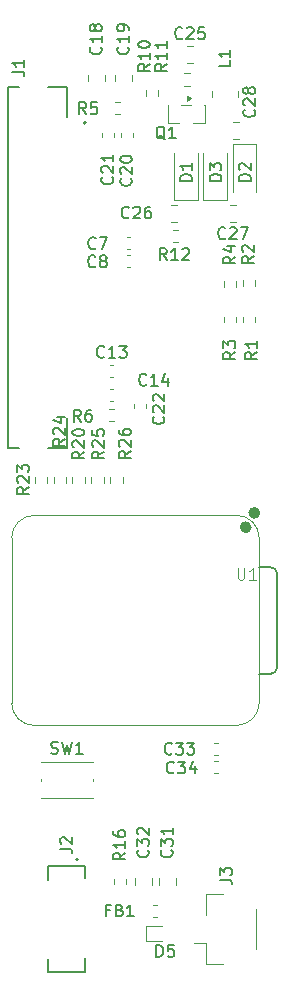
<source format=gbr>
%TF.GenerationSoftware,KiCad,Pcbnew,9.0.5*%
%TF.CreationDate,2025-11-24T11:18:26-05:00*%
%TF.ProjectId,everframe_board,65766572-6672-4616-9d65-5f626f617264,rev?*%
%TF.SameCoordinates,Original*%
%TF.FileFunction,Legend,Top*%
%TF.FilePolarity,Positive*%
%FSLAX46Y46*%
G04 Gerber Fmt 4.6, Leading zero omitted, Abs format (unit mm)*
G04 Created by KiCad (PCBNEW 9.0.5) date 2025-11-24 11:18:26*
%MOMM*%
%LPD*%
G01*
G04 APERTURE LIST*
%ADD10C,0.150000*%
%ADD11C,0.106680*%
%ADD12C,0.120000*%
%ADD13C,0.127000*%
%ADD14C,0.200000*%
%ADD15C,0.100000*%
%ADD16C,0.504000*%
G04 APERTURE END LIST*
D10*
X89954819Y-124846190D02*
X90669104Y-124846190D01*
X90669104Y-124846190D02*
X90811961Y-124893809D01*
X90811961Y-124893809D02*
X90907200Y-124989047D01*
X90907200Y-124989047D02*
X90954819Y-125131904D01*
X90954819Y-125131904D02*
X90954819Y-125227142D01*
X89954819Y-124465237D02*
X89954819Y-123846190D01*
X89954819Y-123846190D02*
X90335771Y-124179523D01*
X90335771Y-124179523D02*
X90335771Y-124036666D01*
X90335771Y-124036666D02*
X90383390Y-123941428D01*
X90383390Y-123941428D02*
X90431009Y-123893809D01*
X90431009Y-123893809D02*
X90526247Y-123846190D01*
X90526247Y-123846190D02*
X90764342Y-123846190D01*
X90764342Y-123846190D02*
X90859580Y-123893809D01*
X90859580Y-123893809D02*
X90907200Y-123941428D01*
X90907200Y-123941428D02*
X90954819Y-124036666D01*
X90954819Y-124036666D02*
X90954819Y-124322380D01*
X90954819Y-124322380D02*
X90907200Y-124417618D01*
X90907200Y-124417618D02*
X90859580Y-124465237D01*
X84034819Y-55762857D02*
X83558628Y-56096190D01*
X84034819Y-56334285D02*
X83034819Y-56334285D01*
X83034819Y-56334285D02*
X83034819Y-55953333D01*
X83034819Y-55953333D02*
X83082438Y-55858095D01*
X83082438Y-55858095D02*
X83130057Y-55810476D01*
X83130057Y-55810476D02*
X83225295Y-55762857D01*
X83225295Y-55762857D02*
X83368152Y-55762857D01*
X83368152Y-55762857D02*
X83463390Y-55810476D01*
X83463390Y-55810476D02*
X83511009Y-55858095D01*
X83511009Y-55858095D02*
X83558628Y-55953333D01*
X83558628Y-55953333D02*
X83558628Y-56334285D01*
X84034819Y-54810476D02*
X84034819Y-55381904D01*
X84034819Y-55096190D02*
X83034819Y-55096190D01*
X83034819Y-55096190D02*
X83177676Y-55191428D01*
X83177676Y-55191428D02*
X83272914Y-55286666D01*
X83272914Y-55286666D02*
X83320533Y-55381904D01*
X83034819Y-54191428D02*
X83034819Y-54096190D01*
X83034819Y-54096190D02*
X83082438Y-54000952D01*
X83082438Y-54000952D02*
X83130057Y-53953333D01*
X83130057Y-53953333D02*
X83225295Y-53905714D01*
X83225295Y-53905714D02*
X83415771Y-53858095D01*
X83415771Y-53858095D02*
X83653866Y-53858095D01*
X83653866Y-53858095D02*
X83844342Y-53905714D01*
X83844342Y-53905714D02*
X83939580Y-53953333D01*
X83939580Y-53953333D02*
X83987200Y-54000952D01*
X83987200Y-54000952D02*
X84034819Y-54096190D01*
X84034819Y-54096190D02*
X84034819Y-54191428D01*
X84034819Y-54191428D02*
X83987200Y-54286666D01*
X83987200Y-54286666D02*
X83939580Y-54334285D01*
X83939580Y-54334285D02*
X83844342Y-54381904D01*
X83844342Y-54381904D02*
X83653866Y-54429523D01*
X83653866Y-54429523D02*
X83415771Y-54429523D01*
X83415771Y-54429523D02*
X83225295Y-54381904D01*
X83225295Y-54381904D02*
X83130057Y-54334285D01*
X83130057Y-54334285D02*
X83082438Y-54286666D01*
X83082438Y-54286666D02*
X83034819Y-54191428D01*
X75666667Y-114133950D02*
X75809524Y-114181569D01*
X75809524Y-114181569D02*
X76047619Y-114181569D01*
X76047619Y-114181569D02*
X76142857Y-114133950D01*
X76142857Y-114133950D02*
X76190476Y-114086330D01*
X76190476Y-114086330D02*
X76238095Y-113991092D01*
X76238095Y-113991092D02*
X76238095Y-113895854D01*
X76238095Y-113895854D02*
X76190476Y-113800616D01*
X76190476Y-113800616D02*
X76142857Y-113752997D01*
X76142857Y-113752997D02*
X76047619Y-113705378D01*
X76047619Y-113705378D02*
X75857143Y-113657759D01*
X75857143Y-113657759D02*
X75761905Y-113610140D01*
X75761905Y-113610140D02*
X75714286Y-113562521D01*
X75714286Y-113562521D02*
X75666667Y-113467283D01*
X75666667Y-113467283D02*
X75666667Y-113372045D01*
X75666667Y-113372045D02*
X75714286Y-113276807D01*
X75714286Y-113276807D02*
X75761905Y-113229188D01*
X75761905Y-113229188D02*
X75857143Y-113181569D01*
X75857143Y-113181569D02*
X76095238Y-113181569D01*
X76095238Y-113181569D02*
X76238095Y-113229188D01*
X76571429Y-113181569D02*
X76809524Y-114181569D01*
X76809524Y-114181569D02*
X77000000Y-113467283D01*
X77000000Y-113467283D02*
X77190476Y-114181569D01*
X77190476Y-114181569D02*
X77428572Y-113181569D01*
X78333333Y-114181569D02*
X77761905Y-114181569D01*
X78047619Y-114181569D02*
X78047619Y-113181569D01*
X78047619Y-113181569D02*
X77952381Y-113324426D01*
X77952381Y-113324426D02*
X77857143Y-113419664D01*
X77857143Y-113419664D02*
X77761905Y-113467283D01*
X80631904Y-127431009D02*
X80298571Y-127431009D01*
X80298571Y-127954819D02*
X80298571Y-126954819D01*
X80298571Y-126954819D02*
X80774761Y-126954819D01*
X81489047Y-127431009D02*
X81631904Y-127478628D01*
X81631904Y-127478628D02*
X81679523Y-127526247D01*
X81679523Y-127526247D02*
X81727142Y-127621485D01*
X81727142Y-127621485D02*
X81727142Y-127764342D01*
X81727142Y-127764342D02*
X81679523Y-127859580D01*
X81679523Y-127859580D02*
X81631904Y-127907200D01*
X81631904Y-127907200D02*
X81536666Y-127954819D01*
X81536666Y-127954819D02*
X81155714Y-127954819D01*
X81155714Y-127954819D02*
X81155714Y-126954819D01*
X81155714Y-126954819D02*
X81489047Y-126954819D01*
X81489047Y-126954819D02*
X81584285Y-127002438D01*
X81584285Y-127002438D02*
X81631904Y-127050057D01*
X81631904Y-127050057D02*
X81679523Y-127145295D01*
X81679523Y-127145295D02*
X81679523Y-127240533D01*
X81679523Y-127240533D02*
X81631904Y-127335771D01*
X81631904Y-127335771D02*
X81584285Y-127383390D01*
X81584285Y-127383390D02*
X81489047Y-127431009D01*
X81489047Y-127431009D02*
X81155714Y-127431009D01*
X82679523Y-127954819D02*
X82108095Y-127954819D01*
X82393809Y-127954819D02*
X82393809Y-126954819D01*
X82393809Y-126954819D02*
X82298571Y-127097676D01*
X82298571Y-127097676D02*
X82203333Y-127192914D01*
X82203333Y-127192914D02*
X82108095Y-127240533D01*
X82159580Y-54340476D02*
X82207200Y-54388095D01*
X82207200Y-54388095D02*
X82254819Y-54530952D01*
X82254819Y-54530952D02*
X82254819Y-54626190D01*
X82254819Y-54626190D02*
X82207200Y-54769047D01*
X82207200Y-54769047D02*
X82111961Y-54864285D01*
X82111961Y-54864285D02*
X82016723Y-54911904D01*
X82016723Y-54911904D02*
X81826247Y-54959523D01*
X81826247Y-54959523D02*
X81683390Y-54959523D01*
X81683390Y-54959523D02*
X81492914Y-54911904D01*
X81492914Y-54911904D02*
X81397676Y-54864285D01*
X81397676Y-54864285D02*
X81302438Y-54769047D01*
X81302438Y-54769047D02*
X81254819Y-54626190D01*
X81254819Y-54626190D02*
X81254819Y-54530952D01*
X81254819Y-54530952D02*
X81302438Y-54388095D01*
X81302438Y-54388095D02*
X81350057Y-54340476D01*
X82254819Y-53388095D02*
X82254819Y-53959523D01*
X82254819Y-53673809D02*
X81254819Y-53673809D01*
X81254819Y-53673809D02*
X81397676Y-53769047D01*
X81397676Y-53769047D02*
X81492914Y-53864285D01*
X81492914Y-53864285D02*
X81540533Y-53959523D01*
X82254819Y-52911904D02*
X82254819Y-52721428D01*
X82254819Y-52721428D02*
X82207200Y-52626190D01*
X82207200Y-52626190D02*
X82159580Y-52578571D01*
X82159580Y-52578571D02*
X82016723Y-52483333D01*
X82016723Y-52483333D02*
X81826247Y-52435714D01*
X81826247Y-52435714D02*
X81445295Y-52435714D01*
X81445295Y-52435714D02*
X81350057Y-52483333D01*
X81350057Y-52483333D02*
X81302438Y-52530952D01*
X81302438Y-52530952D02*
X81254819Y-52626190D01*
X81254819Y-52626190D02*
X81254819Y-52816666D01*
X81254819Y-52816666D02*
X81302438Y-52911904D01*
X81302438Y-52911904D02*
X81350057Y-52959523D01*
X81350057Y-52959523D02*
X81445295Y-53007142D01*
X81445295Y-53007142D02*
X81683390Y-53007142D01*
X81683390Y-53007142D02*
X81778628Y-52959523D01*
X81778628Y-52959523D02*
X81826247Y-52911904D01*
X81826247Y-52911904D02*
X81873866Y-52816666D01*
X81873866Y-52816666D02*
X81873866Y-52626190D01*
X81873866Y-52626190D02*
X81826247Y-52530952D01*
X81826247Y-52530952D02*
X81778628Y-52483333D01*
X81778628Y-52483333D02*
X81683390Y-52435714D01*
X91254819Y-80172856D02*
X90778628Y-80506189D01*
X91254819Y-80744284D02*
X90254819Y-80744284D01*
X90254819Y-80744284D02*
X90254819Y-80363332D01*
X90254819Y-80363332D02*
X90302438Y-80268094D01*
X90302438Y-80268094D02*
X90350057Y-80220475D01*
X90350057Y-80220475D02*
X90445295Y-80172856D01*
X90445295Y-80172856D02*
X90588152Y-80172856D01*
X90588152Y-80172856D02*
X90683390Y-80220475D01*
X90683390Y-80220475D02*
X90731009Y-80268094D01*
X90731009Y-80268094D02*
X90778628Y-80363332D01*
X90778628Y-80363332D02*
X90778628Y-80744284D01*
X90254819Y-79839522D02*
X90254819Y-79220475D01*
X90254819Y-79220475D02*
X90635771Y-79553808D01*
X90635771Y-79553808D02*
X90635771Y-79410951D01*
X90635771Y-79410951D02*
X90683390Y-79315713D01*
X90683390Y-79315713D02*
X90731009Y-79268094D01*
X90731009Y-79268094D02*
X90826247Y-79220475D01*
X90826247Y-79220475D02*
X91064342Y-79220475D01*
X91064342Y-79220475D02*
X91159580Y-79268094D01*
X91159580Y-79268094D02*
X91207200Y-79315713D01*
X91207200Y-79315713D02*
X91254819Y-79410951D01*
X91254819Y-79410951D02*
X91254819Y-79696665D01*
X91254819Y-79696665D02*
X91207200Y-79791903D01*
X91207200Y-79791903D02*
X91159580Y-79839522D01*
X90854819Y-55485713D02*
X90854819Y-55961903D01*
X90854819Y-55961903D02*
X89854819Y-55961903D01*
X90854819Y-54628570D02*
X90854819Y-55199998D01*
X90854819Y-54914284D02*
X89854819Y-54914284D01*
X89854819Y-54914284D02*
X89997676Y-55009522D01*
X89997676Y-55009522D02*
X90092914Y-55104760D01*
X90092914Y-55104760D02*
X90140533Y-55199998D01*
X90084819Y-65688094D02*
X89084819Y-65688094D01*
X89084819Y-65688094D02*
X89084819Y-65449999D01*
X89084819Y-65449999D02*
X89132438Y-65307142D01*
X89132438Y-65307142D02*
X89227676Y-65211904D01*
X89227676Y-65211904D02*
X89322914Y-65164285D01*
X89322914Y-65164285D02*
X89513390Y-65116666D01*
X89513390Y-65116666D02*
X89656247Y-65116666D01*
X89656247Y-65116666D02*
X89846723Y-65164285D01*
X89846723Y-65164285D02*
X89941961Y-65211904D01*
X89941961Y-65211904D02*
X90037200Y-65307142D01*
X90037200Y-65307142D02*
X90084819Y-65449999D01*
X90084819Y-65449999D02*
X90084819Y-65688094D01*
X89084819Y-64783332D02*
X89084819Y-64164285D01*
X89084819Y-64164285D02*
X89465771Y-64497618D01*
X89465771Y-64497618D02*
X89465771Y-64354761D01*
X89465771Y-64354761D02*
X89513390Y-64259523D01*
X89513390Y-64259523D02*
X89561009Y-64211904D01*
X89561009Y-64211904D02*
X89656247Y-64164285D01*
X89656247Y-64164285D02*
X89894342Y-64164285D01*
X89894342Y-64164285D02*
X89989580Y-64211904D01*
X89989580Y-64211904D02*
X90037200Y-64259523D01*
X90037200Y-64259523D02*
X90084819Y-64354761D01*
X90084819Y-64354761D02*
X90084819Y-64640475D01*
X90084819Y-64640475D02*
X90037200Y-64735713D01*
X90037200Y-64735713D02*
X89989580Y-64783332D01*
X85314761Y-62170057D02*
X85219523Y-62122438D01*
X85219523Y-62122438D02*
X85124285Y-62027200D01*
X85124285Y-62027200D02*
X84981428Y-61884342D01*
X84981428Y-61884342D02*
X84886190Y-61836723D01*
X84886190Y-61836723D02*
X84790952Y-61836723D01*
X84838571Y-62074819D02*
X84743333Y-62027200D01*
X84743333Y-62027200D02*
X84648095Y-61931961D01*
X84648095Y-61931961D02*
X84600476Y-61741485D01*
X84600476Y-61741485D02*
X84600476Y-61408152D01*
X84600476Y-61408152D02*
X84648095Y-61217676D01*
X84648095Y-61217676D02*
X84743333Y-61122438D01*
X84743333Y-61122438D02*
X84838571Y-61074819D01*
X84838571Y-61074819D02*
X85029047Y-61074819D01*
X85029047Y-61074819D02*
X85124285Y-61122438D01*
X85124285Y-61122438D02*
X85219523Y-61217676D01*
X85219523Y-61217676D02*
X85267142Y-61408152D01*
X85267142Y-61408152D02*
X85267142Y-61741485D01*
X85267142Y-61741485D02*
X85219523Y-61931961D01*
X85219523Y-61931961D02*
X85124285Y-62027200D01*
X85124285Y-62027200D02*
X85029047Y-62074819D01*
X85029047Y-62074819D02*
X84838571Y-62074819D01*
X86219523Y-62074819D02*
X85648095Y-62074819D01*
X85933809Y-62074819D02*
X85933809Y-61074819D01*
X85933809Y-61074819D02*
X85838571Y-61217676D01*
X85838571Y-61217676D02*
X85743333Y-61312914D01*
X85743333Y-61312914D02*
X85648095Y-61360533D01*
X92574819Y-65688094D02*
X91574819Y-65688094D01*
X91574819Y-65688094D02*
X91574819Y-65449999D01*
X91574819Y-65449999D02*
X91622438Y-65307142D01*
X91622438Y-65307142D02*
X91717676Y-65211904D01*
X91717676Y-65211904D02*
X91812914Y-65164285D01*
X91812914Y-65164285D02*
X92003390Y-65116666D01*
X92003390Y-65116666D02*
X92146247Y-65116666D01*
X92146247Y-65116666D02*
X92336723Y-65164285D01*
X92336723Y-65164285D02*
X92431961Y-65211904D01*
X92431961Y-65211904D02*
X92527200Y-65307142D01*
X92527200Y-65307142D02*
X92574819Y-65449999D01*
X92574819Y-65449999D02*
X92574819Y-65688094D01*
X91670057Y-64735713D02*
X91622438Y-64688094D01*
X91622438Y-64688094D02*
X91574819Y-64592856D01*
X91574819Y-64592856D02*
X91574819Y-64354761D01*
X91574819Y-64354761D02*
X91622438Y-64259523D01*
X91622438Y-64259523D02*
X91670057Y-64211904D01*
X91670057Y-64211904D02*
X91765295Y-64164285D01*
X91765295Y-64164285D02*
X91860533Y-64164285D01*
X91860533Y-64164285D02*
X92003390Y-64211904D01*
X92003390Y-64211904D02*
X92574819Y-64783332D01*
X92574819Y-64783332D02*
X92574819Y-64164285D01*
X76454819Y-122226190D02*
X77169104Y-122226190D01*
X77169104Y-122226190D02*
X77311961Y-122273809D01*
X77311961Y-122273809D02*
X77407200Y-122369047D01*
X77407200Y-122369047D02*
X77454819Y-122511904D01*
X77454819Y-122511904D02*
X77454819Y-122607142D01*
X76550057Y-121797618D02*
X76502438Y-121749999D01*
X76502438Y-121749999D02*
X76454819Y-121654761D01*
X76454819Y-121654761D02*
X76454819Y-121416666D01*
X76454819Y-121416666D02*
X76502438Y-121321428D01*
X76502438Y-121321428D02*
X76550057Y-121273809D01*
X76550057Y-121273809D02*
X76645295Y-121226190D01*
X76645295Y-121226190D02*
X76740533Y-121226190D01*
X76740533Y-121226190D02*
X76883390Y-121273809D01*
X76883390Y-121273809D02*
X77454819Y-121845237D01*
X77454819Y-121845237D02*
X77454819Y-121226190D01*
X78643333Y-60024819D02*
X78310000Y-59548628D01*
X78071905Y-60024819D02*
X78071905Y-59024819D01*
X78071905Y-59024819D02*
X78452857Y-59024819D01*
X78452857Y-59024819D02*
X78548095Y-59072438D01*
X78548095Y-59072438D02*
X78595714Y-59120057D01*
X78595714Y-59120057D02*
X78643333Y-59215295D01*
X78643333Y-59215295D02*
X78643333Y-59358152D01*
X78643333Y-59358152D02*
X78595714Y-59453390D01*
X78595714Y-59453390D02*
X78548095Y-59501009D01*
X78548095Y-59501009D02*
X78452857Y-59548628D01*
X78452857Y-59548628D02*
X78071905Y-59548628D01*
X79548095Y-59024819D02*
X79071905Y-59024819D01*
X79071905Y-59024819D02*
X79024286Y-59501009D01*
X79024286Y-59501009D02*
X79071905Y-59453390D01*
X79071905Y-59453390D02*
X79167143Y-59405771D01*
X79167143Y-59405771D02*
X79405238Y-59405771D01*
X79405238Y-59405771D02*
X79500476Y-59453390D01*
X79500476Y-59453390D02*
X79548095Y-59501009D01*
X79548095Y-59501009D02*
X79595714Y-59596247D01*
X79595714Y-59596247D02*
X79595714Y-59834342D01*
X79595714Y-59834342D02*
X79548095Y-59929580D01*
X79548095Y-59929580D02*
X79500476Y-59977200D01*
X79500476Y-59977200D02*
X79405238Y-60024819D01*
X79405238Y-60024819D02*
X79167143Y-60024819D01*
X79167143Y-60024819D02*
X79071905Y-59977200D01*
X79071905Y-59977200D02*
X79024286Y-59929580D01*
X79443333Y-71359580D02*
X79395714Y-71407200D01*
X79395714Y-71407200D02*
X79252857Y-71454819D01*
X79252857Y-71454819D02*
X79157619Y-71454819D01*
X79157619Y-71454819D02*
X79014762Y-71407200D01*
X79014762Y-71407200D02*
X78919524Y-71311961D01*
X78919524Y-71311961D02*
X78871905Y-71216723D01*
X78871905Y-71216723D02*
X78824286Y-71026247D01*
X78824286Y-71026247D02*
X78824286Y-70883390D01*
X78824286Y-70883390D02*
X78871905Y-70692914D01*
X78871905Y-70692914D02*
X78919524Y-70597676D01*
X78919524Y-70597676D02*
X79014762Y-70502438D01*
X79014762Y-70502438D02*
X79157619Y-70454819D01*
X79157619Y-70454819D02*
X79252857Y-70454819D01*
X79252857Y-70454819D02*
X79395714Y-70502438D01*
X79395714Y-70502438D02*
X79443333Y-70550057D01*
X79776667Y-70454819D02*
X80443333Y-70454819D01*
X80443333Y-70454819D02*
X80014762Y-71454819D01*
X73784819Y-91602857D02*
X73308628Y-91936190D01*
X73784819Y-92174285D02*
X72784819Y-92174285D01*
X72784819Y-92174285D02*
X72784819Y-91793333D01*
X72784819Y-91793333D02*
X72832438Y-91698095D01*
X72832438Y-91698095D02*
X72880057Y-91650476D01*
X72880057Y-91650476D02*
X72975295Y-91602857D01*
X72975295Y-91602857D02*
X73118152Y-91602857D01*
X73118152Y-91602857D02*
X73213390Y-91650476D01*
X73213390Y-91650476D02*
X73261009Y-91698095D01*
X73261009Y-91698095D02*
X73308628Y-91793333D01*
X73308628Y-91793333D02*
X73308628Y-92174285D01*
X72880057Y-91221904D02*
X72832438Y-91174285D01*
X72832438Y-91174285D02*
X72784819Y-91079047D01*
X72784819Y-91079047D02*
X72784819Y-90840952D01*
X72784819Y-90840952D02*
X72832438Y-90745714D01*
X72832438Y-90745714D02*
X72880057Y-90698095D01*
X72880057Y-90698095D02*
X72975295Y-90650476D01*
X72975295Y-90650476D02*
X73070533Y-90650476D01*
X73070533Y-90650476D02*
X73213390Y-90698095D01*
X73213390Y-90698095D02*
X73784819Y-91269523D01*
X73784819Y-91269523D02*
X73784819Y-90650476D01*
X72784819Y-90317142D02*
X72784819Y-89698095D01*
X72784819Y-89698095D02*
X73165771Y-90031428D01*
X73165771Y-90031428D02*
X73165771Y-89888571D01*
X73165771Y-89888571D02*
X73213390Y-89793333D01*
X73213390Y-89793333D02*
X73261009Y-89745714D01*
X73261009Y-89745714D02*
X73356247Y-89698095D01*
X73356247Y-89698095D02*
X73594342Y-89698095D01*
X73594342Y-89698095D02*
X73689580Y-89745714D01*
X73689580Y-89745714D02*
X73737200Y-89793333D01*
X73737200Y-89793333D02*
X73784819Y-89888571D01*
X73784819Y-89888571D02*
X73784819Y-90174285D01*
X73784819Y-90174285D02*
X73737200Y-90269523D01*
X73737200Y-90269523D02*
X73689580Y-90317142D01*
X85457142Y-72384819D02*
X85123809Y-71908628D01*
X84885714Y-72384819D02*
X84885714Y-71384819D01*
X84885714Y-71384819D02*
X85266666Y-71384819D01*
X85266666Y-71384819D02*
X85361904Y-71432438D01*
X85361904Y-71432438D02*
X85409523Y-71480057D01*
X85409523Y-71480057D02*
X85457142Y-71575295D01*
X85457142Y-71575295D02*
X85457142Y-71718152D01*
X85457142Y-71718152D02*
X85409523Y-71813390D01*
X85409523Y-71813390D02*
X85361904Y-71861009D01*
X85361904Y-71861009D02*
X85266666Y-71908628D01*
X85266666Y-71908628D02*
X84885714Y-71908628D01*
X86409523Y-72384819D02*
X85838095Y-72384819D01*
X86123809Y-72384819D02*
X86123809Y-71384819D01*
X86123809Y-71384819D02*
X86028571Y-71527676D01*
X86028571Y-71527676D02*
X85933333Y-71622914D01*
X85933333Y-71622914D02*
X85838095Y-71670533D01*
X86790476Y-71480057D02*
X86838095Y-71432438D01*
X86838095Y-71432438D02*
X86933333Y-71384819D01*
X86933333Y-71384819D02*
X87171428Y-71384819D01*
X87171428Y-71384819D02*
X87266666Y-71432438D01*
X87266666Y-71432438D02*
X87314285Y-71480057D01*
X87314285Y-71480057D02*
X87361904Y-71575295D01*
X87361904Y-71575295D02*
X87361904Y-71670533D01*
X87361904Y-71670533D02*
X87314285Y-71813390D01*
X87314285Y-71813390D02*
X86742857Y-72384819D01*
X86742857Y-72384819D02*
X87361904Y-72384819D01*
X78183333Y-86054819D02*
X77850000Y-85578628D01*
X77611905Y-86054819D02*
X77611905Y-85054819D01*
X77611905Y-85054819D02*
X77992857Y-85054819D01*
X77992857Y-85054819D02*
X78088095Y-85102438D01*
X78088095Y-85102438D02*
X78135714Y-85150057D01*
X78135714Y-85150057D02*
X78183333Y-85245295D01*
X78183333Y-85245295D02*
X78183333Y-85388152D01*
X78183333Y-85388152D02*
X78135714Y-85483390D01*
X78135714Y-85483390D02*
X78088095Y-85531009D01*
X78088095Y-85531009D02*
X77992857Y-85578628D01*
X77992857Y-85578628D02*
X77611905Y-85578628D01*
X79040476Y-85054819D02*
X78850000Y-85054819D01*
X78850000Y-85054819D02*
X78754762Y-85102438D01*
X78754762Y-85102438D02*
X78707143Y-85150057D01*
X78707143Y-85150057D02*
X78611905Y-85292914D01*
X78611905Y-85292914D02*
X78564286Y-85483390D01*
X78564286Y-85483390D02*
X78564286Y-85864342D01*
X78564286Y-85864342D02*
X78611905Y-85959580D01*
X78611905Y-85959580D02*
X78659524Y-86007200D01*
X78659524Y-86007200D02*
X78754762Y-86054819D01*
X78754762Y-86054819D02*
X78945238Y-86054819D01*
X78945238Y-86054819D02*
X79040476Y-86007200D01*
X79040476Y-86007200D02*
X79088095Y-85959580D01*
X79088095Y-85959580D02*
X79135714Y-85864342D01*
X79135714Y-85864342D02*
X79135714Y-85626247D01*
X79135714Y-85626247D02*
X79088095Y-85531009D01*
X79088095Y-85531009D02*
X79040476Y-85483390D01*
X79040476Y-85483390D02*
X78945238Y-85435771D01*
X78945238Y-85435771D02*
X78754762Y-85435771D01*
X78754762Y-85435771D02*
X78659524Y-85483390D01*
X78659524Y-85483390D02*
X78611905Y-85531009D01*
X78611905Y-85531009D02*
X78564286Y-85626247D01*
X84589405Y-131373069D02*
X84589405Y-130373069D01*
X84589405Y-130373069D02*
X84827500Y-130373069D01*
X84827500Y-130373069D02*
X84970357Y-130420688D01*
X84970357Y-130420688D02*
X85065595Y-130515926D01*
X85065595Y-130515926D02*
X85113214Y-130611164D01*
X85113214Y-130611164D02*
X85160833Y-130801640D01*
X85160833Y-130801640D02*
X85160833Y-130944497D01*
X85160833Y-130944497D02*
X85113214Y-131134973D01*
X85113214Y-131134973D02*
X85065595Y-131230211D01*
X85065595Y-131230211D02*
X84970357Y-131325450D01*
X84970357Y-131325450D02*
X84827500Y-131373069D01*
X84827500Y-131373069D02*
X84589405Y-131373069D01*
X86065595Y-130373069D02*
X85589405Y-130373069D01*
X85589405Y-130373069D02*
X85541786Y-130849259D01*
X85541786Y-130849259D02*
X85589405Y-130801640D01*
X85589405Y-130801640D02*
X85684643Y-130754021D01*
X85684643Y-130754021D02*
X85922738Y-130754021D01*
X85922738Y-130754021D02*
X86017976Y-130801640D01*
X86017976Y-130801640D02*
X86065595Y-130849259D01*
X86065595Y-130849259D02*
X86113214Y-130944497D01*
X86113214Y-130944497D02*
X86113214Y-131182592D01*
X86113214Y-131182592D02*
X86065595Y-131277830D01*
X86065595Y-131277830D02*
X86017976Y-131325450D01*
X86017976Y-131325450D02*
X85922738Y-131373069D01*
X85922738Y-131373069D02*
X85684643Y-131373069D01*
X85684643Y-131373069D02*
X85589405Y-131325450D01*
X85589405Y-131325450D02*
X85541786Y-131277830D01*
X85464819Y-55772857D02*
X84988628Y-56106190D01*
X85464819Y-56344285D02*
X84464819Y-56344285D01*
X84464819Y-56344285D02*
X84464819Y-55963333D01*
X84464819Y-55963333D02*
X84512438Y-55868095D01*
X84512438Y-55868095D02*
X84560057Y-55820476D01*
X84560057Y-55820476D02*
X84655295Y-55772857D01*
X84655295Y-55772857D02*
X84798152Y-55772857D01*
X84798152Y-55772857D02*
X84893390Y-55820476D01*
X84893390Y-55820476D02*
X84941009Y-55868095D01*
X84941009Y-55868095D02*
X84988628Y-55963333D01*
X84988628Y-55963333D02*
X84988628Y-56344285D01*
X85464819Y-54820476D02*
X85464819Y-55391904D01*
X85464819Y-55106190D02*
X84464819Y-55106190D01*
X84464819Y-55106190D02*
X84607676Y-55201428D01*
X84607676Y-55201428D02*
X84702914Y-55296666D01*
X84702914Y-55296666D02*
X84750533Y-55391904D01*
X85464819Y-53868095D02*
X85464819Y-54439523D01*
X85464819Y-54153809D02*
X84464819Y-54153809D01*
X84464819Y-54153809D02*
X84607676Y-54249047D01*
X84607676Y-54249047D02*
X84702914Y-54344285D01*
X84702914Y-54344285D02*
X84750533Y-54439523D01*
X80157142Y-80556330D02*
X80109523Y-80603950D01*
X80109523Y-80603950D02*
X79966666Y-80651569D01*
X79966666Y-80651569D02*
X79871428Y-80651569D01*
X79871428Y-80651569D02*
X79728571Y-80603950D01*
X79728571Y-80603950D02*
X79633333Y-80508711D01*
X79633333Y-80508711D02*
X79585714Y-80413473D01*
X79585714Y-80413473D02*
X79538095Y-80222997D01*
X79538095Y-80222997D02*
X79538095Y-80080140D01*
X79538095Y-80080140D02*
X79585714Y-79889664D01*
X79585714Y-79889664D02*
X79633333Y-79794426D01*
X79633333Y-79794426D02*
X79728571Y-79699188D01*
X79728571Y-79699188D02*
X79871428Y-79651569D01*
X79871428Y-79651569D02*
X79966666Y-79651569D01*
X79966666Y-79651569D02*
X80109523Y-79699188D01*
X80109523Y-79699188D02*
X80157142Y-79746807D01*
X81109523Y-80651569D02*
X80538095Y-80651569D01*
X80823809Y-80651569D02*
X80823809Y-79651569D01*
X80823809Y-79651569D02*
X80728571Y-79794426D01*
X80728571Y-79794426D02*
X80633333Y-79889664D01*
X80633333Y-79889664D02*
X80538095Y-79937283D01*
X81442857Y-79651569D02*
X82061904Y-79651569D01*
X82061904Y-79651569D02*
X81728571Y-80032521D01*
X81728571Y-80032521D02*
X81871428Y-80032521D01*
X81871428Y-80032521D02*
X81966666Y-80080140D01*
X81966666Y-80080140D02*
X82014285Y-80127759D01*
X82014285Y-80127759D02*
X82061904Y-80222997D01*
X82061904Y-80222997D02*
X82061904Y-80461092D01*
X82061904Y-80461092D02*
X82014285Y-80556330D01*
X82014285Y-80556330D02*
X81966666Y-80603950D01*
X81966666Y-80603950D02*
X81871428Y-80651569D01*
X81871428Y-80651569D02*
X81585714Y-80651569D01*
X81585714Y-80651569D02*
X81490476Y-80603950D01*
X81490476Y-80603950D02*
X81442857Y-80556330D01*
X72400277Y-56432972D02*
X73114562Y-56432972D01*
X73114562Y-56432972D02*
X73257419Y-56480591D01*
X73257419Y-56480591D02*
X73352658Y-56575829D01*
X73352658Y-56575829D02*
X73400277Y-56718686D01*
X73400277Y-56718686D02*
X73400277Y-56813924D01*
X73400277Y-55432972D02*
X73400277Y-56004400D01*
X73400277Y-55718686D02*
X72400277Y-55718686D01*
X72400277Y-55718686D02*
X72543134Y-55813924D01*
X72543134Y-55813924D02*
X72638372Y-55909162D01*
X72638372Y-55909162D02*
X72685991Y-56004400D01*
X92859580Y-59652857D02*
X92907200Y-59700476D01*
X92907200Y-59700476D02*
X92954819Y-59843333D01*
X92954819Y-59843333D02*
X92954819Y-59938571D01*
X92954819Y-59938571D02*
X92907200Y-60081428D01*
X92907200Y-60081428D02*
X92811961Y-60176666D01*
X92811961Y-60176666D02*
X92716723Y-60224285D01*
X92716723Y-60224285D02*
X92526247Y-60271904D01*
X92526247Y-60271904D02*
X92383390Y-60271904D01*
X92383390Y-60271904D02*
X92192914Y-60224285D01*
X92192914Y-60224285D02*
X92097676Y-60176666D01*
X92097676Y-60176666D02*
X92002438Y-60081428D01*
X92002438Y-60081428D02*
X91954819Y-59938571D01*
X91954819Y-59938571D02*
X91954819Y-59843333D01*
X91954819Y-59843333D02*
X92002438Y-59700476D01*
X92002438Y-59700476D02*
X92050057Y-59652857D01*
X92050057Y-59271904D02*
X92002438Y-59224285D01*
X92002438Y-59224285D02*
X91954819Y-59129047D01*
X91954819Y-59129047D02*
X91954819Y-58890952D01*
X91954819Y-58890952D02*
X92002438Y-58795714D01*
X92002438Y-58795714D02*
X92050057Y-58748095D01*
X92050057Y-58748095D02*
X92145295Y-58700476D01*
X92145295Y-58700476D02*
X92240533Y-58700476D01*
X92240533Y-58700476D02*
X92383390Y-58748095D01*
X92383390Y-58748095D02*
X92954819Y-59319523D01*
X92954819Y-59319523D02*
X92954819Y-58700476D01*
X92383390Y-58129047D02*
X92335771Y-58224285D01*
X92335771Y-58224285D02*
X92288152Y-58271904D01*
X92288152Y-58271904D02*
X92192914Y-58319523D01*
X92192914Y-58319523D02*
X92145295Y-58319523D01*
X92145295Y-58319523D02*
X92050057Y-58271904D01*
X92050057Y-58271904D02*
X92002438Y-58224285D01*
X92002438Y-58224285D02*
X91954819Y-58129047D01*
X91954819Y-58129047D02*
X91954819Y-57938571D01*
X91954819Y-57938571D02*
X92002438Y-57843333D01*
X92002438Y-57843333D02*
X92050057Y-57795714D01*
X92050057Y-57795714D02*
X92145295Y-57748095D01*
X92145295Y-57748095D02*
X92192914Y-57748095D01*
X92192914Y-57748095D02*
X92288152Y-57795714D01*
X92288152Y-57795714D02*
X92335771Y-57843333D01*
X92335771Y-57843333D02*
X92383390Y-57938571D01*
X92383390Y-57938571D02*
X92383390Y-58129047D01*
X92383390Y-58129047D02*
X92431009Y-58224285D01*
X92431009Y-58224285D02*
X92478628Y-58271904D01*
X92478628Y-58271904D02*
X92573866Y-58319523D01*
X92573866Y-58319523D02*
X92764342Y-58319523D01*
X92764342Y-58319523D02*
X92859580Y-58271904D01*
X92859580Y-58271904D02*
X92907200Y-58224285D01*
X92907200Y-58224285D02*
X92954819Y-58129047D01*
X92954819Y-58129047D02*
X92954819Y-57938571D01*
X92954819Y-57938571D02*
X92907200Y-57843333D01*
X92907200Y-57843333D02*
X92859580Y-57795714D01*
X92859580Y-57795714D02*
X92764342Y-57748095D01*
X92764342Y-57748095D02*
X92573866Y-57748095D01*
X92573866Y-57748095D02*
X92478628Y-57795714D01*
X92478628Y-57795714D02*
X92431009Y-57843333D01*
X92431009Y-57843333D02*
X92383390Y-57938571D01*
X91264819Y-72086666D02*
X90788628Y-72419999D01*
X91264819Y-72658094D02*
X90264819Y-72658094D01*
X90264819Y-72658094D02*
X90264819Y-72277142D01*
X90264819Y-72277142D02*
X90312438Y-72181904D01*
X90312438Y-72181904D02*
X90360057Y-72134285D01*
X90360057Y-72134285D02*
X90455295Y-72086666D01*
X90455295Y-72086666D02*
X90598152Y-72086666D01*
X90598152Y-72086666D02*
X90693390Y-72134285D01*
X90693390Y-72134285D02*
X90741009Y-72181904D01*
X90741009Y-72181904D02*
X90788628Y-72277142D01*
X90788628Y-72277142D02*
X90788628Y-72658094D01*
X90598152Y-71229523D02*
X91264819Y-71229523D01*
X90217200Y-71467618D02*
X90931485Y-71705713D01*
X90931485Y-71705713D02*
X90931485Y-71086666D01*
X87584819Y-65688094D02*
X86584819Y-65688094D01*
X86584819Y-65688094D02*
X86584819Y-65449999D01*
X86584819Y-65449999D02*
X86632438Y-65307142D01*
X86632438Y-65307142D02*
X86727676Y-65211904D01*
X86727676Y-65211904D02*
X86822914Y-65164285D01*
X86822914Y-65164285D02*
X87013390Y-65116666D01*
X87013390Y-65116666D02*
X87156247Y-65116666D01*
X87156247Y-65116666D02*
X87346723Y-65164285D01*
X87346723Y-65164285D02*
X87441961Y-65211904D01*
X87441961Y-65211904D02*
X87537200Y-65307142D01*
X87537200Y-65307142D02*
X87584819Y-65449999D01*
X87584819Y-65449999D02*
X87584819Y-65688094D01*
X87584819Y-64164285D02*
X87584819Y-64735713D01*
X87584819Y-64449999D02*
X86584819Y-64449999D01*
X86584819Y-64449999D02*
X86727676Y-64545237D01*
X86727676Y-64545237D02*
X86822914Y-64640475D01*
X86822914Y-64640475D02*
X86870533Y-64735713D01*
X85859580Y-122340476D02*
X85907200Y-122388095D01*
X85907200Y-122388095D02*
X85954819Y-122530952D01*
X85954819Y-122530952D02*
X85954819Y-122626190D01*
X85954819Y-122626190D02*
X85907200Y-122769047D01*
X85907200Y-122769047D02*
X85811961Y-122864285D01*
X85811961Y-122864285D02*
X85716723Y-122911904D01*
X85716723Y-122911904D02*
X85526247Y-122959523D01*
X85526247Y-122959523D02*
X85383390Y-122959523D01*
X85383390Y-122959523D02*
X85192914Y-122911904D01*
X85192914Y-122911904D02*
X85097676Y-122864285D01*
X85097676Y-122864285D02*
X85002438Y-122769047D01*
X85002438Y-122769047D02*
X84954819Y-122626190D01*
X84954819Y-122626190D02*
X84954819Y-122530952D01*
X84954819Y-122530952D02*
X85002438Y-122388095D01*
X85002438Y-122388095D02*
X85050057Y-122340476D01*
X84954819Y-122007142D02*
X84954819Y-121388095D01*
X84954819Y-121388095D02*
X85335771Y-121721428D01*
X85335771Y-121721428D02*
X85335771Y-121578571D01*
X85335771Y-121578571D02*
X85383390Y-121483333D01*
X85383390Y-121483333D02*
X85431009Y-121435714D01*
X85431009Y-121435714D02*
X85526247Y-121388095D01*
X85526247Y-121388095D02*
X85764342Y-121388095D01*
X85764342Y-121388095D02*
X85859580Y-121435714D01*
X85859580Y-121435714D02*
X85907200Y-121483333D01*
X85907200Y-121483333D02*
X85954819Y-121578571D01*
X85954819Y-121578571D02*
X85954819Y-121864285D01*
X85954819Y-121864285D02*
X85907200Y-121959523D01*
X85907200Y-121959523D02*
X85859580Y-122007142D01*
X85954819Y-120435714D02*
X85954819Y-121007142D01*
X85954819Y-120721428D02*
X84954819Y-120721428D01*
X84954819Y-120721428D02*
X85097676Y-120816666D01*
X85097676Y-120816666D02*
X85192914Y-120911904D01*
X85192914Y-120911904D02*
X85240533Y-121007142D01*
X83739523Y-82909580D02*
X83691904Y-82957200D01*
X83691904Y-82957200D02*
X83549047Y-83004819D01*
X83549047Y-83004819D02*
X83453809Y-83004819D01*
X83453809Y-83004819D02*
X83310952Y-82957200D01*
X83310952Y-82957200D02*
X83215714Y-82861961D01*
X83215714Y-82861961D02*
X83168095Y-82766723D01*
X83168095Y-82766723D02*
X83120476Y-82576247D01*
X83120476Y-82576247D02*
X83120476Y-82433390D01*
X83120476Y-82433390D02*
X83168095Y-82242914D01*
X83168095Y-82242914D02*
X83215714Y-82147676D01*
X83215714Y-82147676D02*
X83310952Y-82052438D01*
X83310952Y-82052438D02*
X83453809Y-82004819D01*
X83453809Y-82004819D02*
X83549047Y-82004819D01*
X83549047Y-82004819D02*
X83691904Y-82052438D01*
X83691904Y-82052438D02*
X83739523Y-82100057D01*
X84691904Y-83004819D02*
X84120476Y-83004819D01*
X84406190Y-83004819D02*
X84406190Y-82004819D01*
X84406190Y-82004819D02*
X84310952Y-82147676D01*
X84310952Y-82147676D02*
X84215714Y-82242914D01*
X84215714Y-82242914D02*
X84120476Y-82290533D01*
X85549047Y-82338152D02*
X85549047Y-83004819D01*
X85310952Y-81957200D02*
X85072857Y-82671485D01*
X85072857Y-82671485D02*
X85691904Y-82671485D01*
X76854819Y-87512857D02*
X76378628Y-87846190D01*
X76854819Y-88084285D02*
X75854819Y-88084285D01*
X75854819Y-88084285D02*
X75854819Y-87703333D01*
X75854819Y-87703333D02*
X75902438Y-87608095D01*
X75902438Y-87608095D02*
X75950057Y-87560476D01*
X75950057Y-87560476D02*
X76045295Y-87512857D01*
X76045295Y-87512857D02*
X76188152Y-87512857D01*
X76188152Y-87512857D02*
X76283390Y-87560476D01*
X76283390Y-87560476D02*
X76331009Y-87608095D01*
X76331009Y-87608095D02*
X76378628Y-87703333D01*
X76378628Y-87703333D02*
X76378628Y-88084285D01*
X75950057Y-87131904D02*
X75902438Y-87084285D01*
X75902438Y-87084285D02*
X75854819Y-86989047D01*
X75854819Y-86989047D02*
X75854819Y-86750952D01*
X75854819Y-86750952D02*
X75902438Y-86655714D01*
X75902438Y-86655714D02*
X75950057Y-86608095D01*
X75950057Y-86608095D02*
X76045295Y-86560476D01*
X76045295Y-86560476D02*
X76140533Y-86560476D01*
X76140533Y-86560476D02*
X76283390Y-86608095D01*
X76283390Y-86608095D02*
X76854819Y-87179523D01*
X76854819Y-87179523D02*
X76854819Y-86560476D01*
X76188152Y-85703333D02*
X76854819Y-85703333D01*
X75807200Y-85941428D02*
X76521485Y-86179523D01*
X76521485Y-86179523D02*
X76521485Y-85560476D01*
X85899761Y-114159580D02*
X85852142Y-114207200D01*
X85852142Y-114207200D02*
X85709285Y-114254819D01*
X85709285Y-114254819D02*
X85614047Y-114254819D01*
X85614047Y-114254819D02*
X85471190Y-114207200D01*
X85471190Y-114207200D02*
X85375952Y-114111961D01*
X85375952Y-114111961D02*
X85328333Y-114016723D01*
X85328333Y-114016723D02*
X85280714Y-113826247D01*
X85280714Y-113826247D02*
X85280714Y-113683390D01*
X85280714Y-113683390D02*
X85328333Y-113492914D01*
X85328333Y-113492914D02*
X85375952Y-113397676D01*
X85375952Y-113397676D02*
X85471190Y-113302438D01*
X85471190Y-113302438D02*
X85614047Y-113254819D01*
X85614047Y-113254819D02*
X85709285Y-113254819D01*
X85709285Y-113254819D02*
X85852142Y-113302438D01*
X85852142Y-113302438D02*
X85899761Y-113350057D01*
X86233095Y-113254819D02*
X86852142Y-113254819D01*
X86852142Y-113254819D02*
X86518809Y-113635771D01*
X86518809Y-113635771D02*
X86661666Y-113635771D01*
X86661666Y-113635771D02*
X86756904Y-113683390D01*
X86756904Y-113683390D02*
X86804523Y-113731009D01*
X86804523Y-113731009D02*
X86852142Y-113826247D01*
X86852142Y-113826247D02*
X86852142Y-114064342D01*
X86852142Y-114064342D02*
X86804523Y-114159580D01*
X86804523Y-114159580D02*
X86756904Y-114207200D01*
X86756904Y-114207200D02*
X86661666Y-114254819D01*
X86661666Y-114254819D02*
X86375952Y-114254819D01*
X86375952Y-114254819D02*
X86280714Y-114207200D01*
X86280714Y-114207200D02*
X86233095Y-114159580D01*
X87185476Y-113254819D02*
X87804523Y-113254819D01*
X87804523Y-113254819D02*
X87471190Y-113635771D01*
X87471190Y-113635771D02*
X87614047Y-113635771D01*
X87614047Y-113635771D02*
X87709285Y-113683390D01*
X87709285Y-113683390D02*
X87756904Y-113731009D01*
X87756904Y-113731009D02*
X87804523Y-113826247D01*
X87804523Y-113826247D02*
X87804523Y-114064342D01*
X87804523Y-114064342D02*
X87756904Y-114159580D01*
X87756904Y-114159580D02*
X87709285Y-114207200D01*
X87709285Y-114207200D02*
X87614047Y-114254819D01*
X87614047Y-114254819D02*
X87328333Y-114254819D01*
X87328333Y-114254819D02*
X87233095Y-114207200D01*
X87233095Y-114207200D02*
X87185476Y-114159580D01*
X83859580Y-122340476D02*
X83907200Y-122388095D01*
X83907200Y-122388095D02*
X83954819Y-122530952D01*
X83954819Y-122530952D02*
X83954819Y-122626190D01*
X83954819Y-122626190D02*
X83907200Y-122769047D01*
X83907200Y-122769047D02*
X83811961Y-122864285D01*
X83811961Y-122864285D02*
X83716723Y-122911904D01*
X83716723Y-122911904D02*
X83526247Y-122959523D01*
X83526247Y-122959523D02*
X83383390Y-122959523D01*
X83383390Y-122959523D02*
X83192914Y-122911904D01*
X83192914Y-122911904D02*
X83097676Y-122864285D01*
X83097676Y-122864285D02*
X83002438Y-122769047D01*
X83002438Y-122769047D02*
X82954819Y-122626190D01*
X82954819Y-122626190D02*
X82954819Y-122530952D01*
X82954819Y-122530952D02*
X83002438Y-122388095D01*
X83002438Y-122388095D02*
X83050057Y-122340476D01*
X82954819Y-122007142D02*
X82954819Y-121388095D01*
X82954819Y-121388095D02*
X83335771Y-121721428D01*
X83335771Y-121721428D02*
X83335771Y-121578571D01*
X83335771Y-121578571D02*
X83383390Y-121483333D01*
X83383390Y-121483333D02*
X83431009Y-121435714D01*
X83431009Y-121435714D02*
X83526247Y-121388095D01*
X83526247Y-121388095D02*
X83764342Y-121388095D01*
X83764342Y-121388095D02*
X83859580Y-121435714D01*
X83859580Y-121435714D02*
X83907200Y-121483333D01*
X83907200Y-121483333D02*
X83954819Y-121578571D01*
X83954819Y-121578571D02*
X83954819Y-121864285D01*
X83954819Y-121864285D02*
X83907200Y-121959523D01*
X83907200Y-121959523D02*
X83859580Y-122007142D01*
X83050057Y-121007142D02*
X83002438Y-120959523D01*
X83002438Y-120959523D02*
X82954819Y-120864285D01*
X82954819Y-120864285D02*
X82954819Y-120626190D01*
X82954819Y-120626190D02*
X83002438Y-120530952D01*
X83002438Y-120530952D02*
X83050057Y-120483333D01*
X83050057Y-120483333D02*
X83145295Y-120435714D01*
X83145295Y-120435714D02*
X83240533Y-120435714D01*
X83240533Y-120435714D02*
X83383390Y-120483333D01*
X83383390Y-120483333D02*
X83954819Y-121054761D01*
X83954819Y-121054761D02*
X83954819Y-120435714D01*
D11*
X91454911Y-98437071D02*
X91454911Y-99246594D01*
X91454911Y-99246594D02*
X91502530Y-99341832D01*
X91502530Y-99341832D02*
X91550149Y-99389452D01*
X91550149Y-99389452D02*
X91645387Y-99437071D01*
X91645387Y-99437071D02*
X91835863Y-99437071D01*
X91835863Y-99437071D02*
X91931101Y-99389452D01*
X91931101Y-99389452D02*
X91978720Y-99341832D01*
X91978720Y-99341832D02*
X92026339Y-99246594D01*
X92026339Y-99246594D02*
X92026339Y-98437071D01*
X93026339Y-99437071D02*
X92454911Y-99437071D01*
X92740625Y-99437071D02*
X92740625Y-98437071D01*
X92740625Y-98437071D02*
X92645387Y-98579928D01*
X92645387Y-98579928D02*
X92550149Y-98675166D01*
X92550149Y-98675166D02*
X92454911Y-98722785D01*
D10*
X81954819Y-122560476D02*
X81478628Y-122893809D01*
X81954819Y-123131904D02*
X80954819Y-123131904D01*
X80954819Y-123131904D02*
X80954819Y-122750952D01*
X80954819Y-122750952D02*
X81002438Y-122655714D01*
X81002438Y-122655714D02*
X81050057Y-122608095D01*
X81050057Y-122608095D02*
X81145295Y-122560476D01*
X81145295Y-122560476D02*
X81288152Y-122560476D01*
X81288152Y-122560476D02*
X81383390Y-122608095D01*
X81383390Y-122608095D02*
X81431009Y-122655714D01*
X81431009Y-122655714D02*
X81478628Y-122750952D01*
X81478628Y-122750952D02*
X81478628Y-123131904D01*
X81954819Y-121608095D02*
X81954819Y-122179523D01*
X81954819Y-121893809D02*
X80954819Y-121893809D01*
X80954819Y-121893809D02*
X81097676Y-121989047D01*
X81097676Y-121989047D02*
X81192914Y-122084285D01*
X81192914Y-122084285D02*
X81240533Y-122179523D01*
X80954819Y-120750952D02*
X80954819Y-120941428D01*
X80954819Y-120941428D02*
X81002438Y-121036666D01*
X81002438Y-121036666D02*
X81050057Y-121084285D01*
X81050057Y-121084285D02*
X81192914Y-121179523D01*
X81192914Y-121179523D02*
X81383390Y-121227142D01*
X81383390Y-121227142D02*
X81764342Y-121227142D01*
X81764342Y-121227142D02*
X81859580Y-121179523D01*
X81859580Y-121179523D02*
X81907200Y-121131904D01*
X81907200Y-121131904D02*
X81954819Y-121036666D01*
X81954819Y-121036666D02*
X81954819Y-120846190D01*
X81954819Y-120846190D02*
X81907200Y-120750952D01*
X81907200Y-120750952D02*
X81859580Y-120703333D01*
X81859580Y-120703333D02*
X81764342Y-120655714D01*
X81764342Y-120655714D02*
X81526247Y-120655714D01*
X81526247Y-120655714D02*
X81431009Y-120703333D01*
X81431009Y-120703333D02*
X81383390Y-120750952D01*
X81383390Y-120750952D02*
X81335771Y-120846190D01*
X81335771Y-120846190D02*
X81335771Y-121036666D01*
X81335771Y-121036666D02*
X81383390Y-121131904D01*
X81383390Y-121131904D02*
X81431009Y-121179523D01*
X81431009Y-121179523D02*
X81526247Y-121227142D01*
X82429580Y-65462857D02*
X82477200Y-65510476D01*
X82477200Y-65510476D02*
X82524819Y-65653333D01*
X82524819Y-65653333D02*
X82524819Y-65748571D01*
X82524819Y-65748571D02*
X82477200Y-65891428D01*
X82477200Y-65891428D02*
X82381961Y-65986666D01*
X82381961Y-65986666D02*
X82286723Y-66034285D01*
X82286723Y-66034285D02*
X82096247Y-66081904D01*
X82096247Y-66081904D02*
X81953390Y-66081904D01*
X81953390Y-66081904D02*
X81762914Y-66034285D01*
X81762914Y-66034285D02*
X81667676Y-65986666D01*
X81667676Y-65986666D02*
X81572438Y-65891428D01*
X81572438Y-65891428D02*
X81524819Y-65748571D01*
X81524819Y-65748571D02*
X81524819Y-65653333D01*
X81524819Y-65653333D02*
X81572438Y-65510476D01*
X81572438Y-65510476D02*
X81620057Y-65462857D01*
X81620057Y-65081904D02*
X81572438Y-65034285D01*
X81572438Y-65034285D02*
X81524819Y-64939047D01*
X81524819Y-64939047D02*
X81524819Y-64700952D01*
X81524819Y-64700952D02*
X81572438Y-64605714D01*
X81572438Y-64605714D02*
X81620057Y-64558095D01*
X81620057Y-64558095D02*
X81715295Y-64510476D01*
X81715295Y-64510476D02*
X81810533Y-64510476D01*
X81810533Y-64510476D02*
X81953390Y-64558095D01*
X81953390Y-64558095D02*
X82524819Y-65129523D01*
X82524819Y-65129523D02*
X82524819Y-64510476D01*
X81524819Y-63891428D02*
X81524819Y-63796190D01*
X81524819Y-63796190D02*
X81572438Y-63700952D01*
X81572438Y-63700952D02*
X81620057Y-63653333D01*
X81620057Y-63653333D02*
X81715295Y-63605714D01*
X81715295Y-63605714D02*
X81905771Y-63558095D01*
X81905771Y-63558095D02*
X82143866Y-63558095D01*
X82143866Y-63558095D02*
X82334342Y-63605714D01*
X82334342Y-63605714D02*
X82429580Y-63653333D01*
X82429580Y-63653333D02*
X82477200Y-63700952D01*
X82477200Y-63700952D02*
X82524819Y-63796190D01*
X82524819Y-63796190D02*
X82524819Y-63891428D01*
X82524819Y-63891428D02*
X82477200Y-63986666D01*
X82477200Y-63986666D02*
X82429580Y-64034285D01*
X82429580Y-64034285D02*
X82334342Y-64081904D01*
X82334342Y-64081904D02*
X82143866Y-64129523D01*
X82143866Y-64129523D02*
X81905771Y-64129523D01*
X81905771Y-64129523D02*
X81715295Y-64081904D01*
X81715295Y-64081904D02*
X81620057Y-64034285D01*
X81620057Y-64034285D02*
X81572438Y-63986666D01*
X81572438Y-63986666D02*
X81524819Y-63891428D01*
X90427142Y-70519580D02*
X90379523Y-70567200D01*
X90379523Y-70567200D02*
X90236666Y-70614819D01*
X90236666Y-70614819D02*
X90141428Y-70614819D01*
X90141428Y-70614819D02*
X89998571Y-70567200D01*
X89998571Y-70567200D02*
X89903333Y-70471961D01*
X89903333Y-70471961D02*
X89855714Y-70376723D01*
X89855714Y-70376723D02*
X89808095Y-70186247D01*
X89808095Y-70186247D02*
X89808095Y-70043390D01*
X89808095Y-70043390D02*
X89855714Y-69852914D01*
X89855714Y-69852914D02*
X89903333Y-69757676D01*
X89903333Y-69757676D02*
X89998571Y-69662438D01*
X89998571Y-69662438D02*
X90141428Y-69614819D01*
X90141428Y-69614819D02*
X90236666Y-69614819D01*
X90236666Y-69614819D02*
X90379523Y-69662438D01*
X90379523Y-69662438D02*
X90427142Y-69710057D01*
X90808095Y-69710057D02*
X90855714Y-69662438D01*
X90855714Y-69662438D02*
X90950952Y-69614819D01*
X90950952Y-69614819D02*
X91189047Y-69614819D01*
X91189047Y-69614819D02*
X91284285Y-69662438D01*
X91284285Y-69662438D02*
X91331904Y-69710057D01*
X91331904Y-69710057D02*
X91379523Y-69805295D01*
X91379523Y-69805295D02*
X91379523Y-69900533D01*
X91379523Y-69900533D02*
X91331904Y-70043390D01*
X91331904Y-70043390D02*
X90760476Y-70614819D01*
X90760476Y-70614819D02*
X91379523Y-70614819D01*
X91712857Y-69614819D02*
X92379523Y-69614819D01*
X92379523Y-69614819D02*
X91950952Y-70614819D01*
X79423333Y-72899580D02*
X79375714Y-72947200D01*
X79375714Y-72947200D02*
X79232857Y-72994819D01*
X79232857Y-72994819D02*
X79137619Y-72994819D01*
X79137619Y-72994819D02*
X78994762Y-72947200D01*
X78994762Y-72947200D02*
X78899524Y-72851961D01*
X78899524Y-72851961D02*
X78851905Y-72756723D01*
X78851905Y-72756723D02*
X78804286Y-72566247D01*
X78804286Y-72566247D02*
X78804286Y-72423390D01*
X78804286Y-72423390D02*
X78851905Y-72232914D01*
X78851905Y-72232914D02*
X78899524Y-72137676D01*
X78899524Y-72137676D02*
X78994762Y-72042438D01*
X78994762Y-72042438D02*
X79137619Y-71994819D01*
X79137619Y-71994819D02*
X79232857Y-71994819D01*
X79232857Y-71994819D02*
X79375714Y-72042438D01*
X79375714Y-72042438D02*
X79423333Y-72090057D01*
X79994762Y-72423390D02*
X79899524Y-72375771D01*
X79899524Y-72375771D02*
X79851905Y-72328152D01*
X79851905Y-72328152D02*
X79804286Y-72232914D01*
X79804286Y-72232914D02*
X79804286Y-72185295D01*
X79804286Y-72185295D02*
X79851905Y-72090057D01*
X79851905Y-72090057D02*
X79899524Y-72042438D01*
X79899524Y-72042438D02*
X79994762Y-71994819D01*
X79994762Y-71994819D02*
X80185238Y-71994819D01*
X80185238Y-71994819D02*
X80280476Y-72042438D01*
X80280476Y-72042438D02*
X80328095Y-72090057D01*
X80328095Y-72090057D02*
X80375714Y-72185295D01*
X80375714Y-72185295D02*
X80375714Y-72232914D01*
X80375714Y-72232914D02*
X80328095Y-72328152D01*
X80328095Y-72328152D02*
X80280476Y-72375771D01*
X80280476Y-72375771D02*
X80185238Y-72423390D01*
X80185238Y-72423390D02*
X79994762Y-72423390D01*
X79994762Y-72423390D02*
X79899524Y-72471009D01*
X79899524Y-72471009D02*
X79851905Y-72518628D01*
X79851905Y-72518628D02*
X79804286Y-72613866D01*
X79804286Y-72613866D02*
X79804286Y-72804342D01*
X79804286Y-72804342D02*
X79851905Y-72899580D01*
X79851905Y-72899580D02*
X79899524Y-72947200D01*
X79899524Y-72947200D02*
X79994762Y-72994819D01*
X79994762Y-72994819D02*
X80185238Y-72994819D01*
X80185238Y-72994819D02*
X80280476Y-72947200D01*
X80280476Y-72947200D02*
X80328095Y-72899580D01*
X80328095Y-72899580D02*
X80375714Y-72804342D01*
X80375714Y-72804342D02*
X80375714Y-72613866D01*
X80375714Y-72613866D02*
X80328095Y-72518628D01*
X80328095Y-72518628D02*
X80280476Y-72471009D01*
X80280476Y-72471009D02*
X80185238Y-72423390D01*
X82404819Y-88560476D02*
X81928628Y-88893809D01*
X82404819Y-89131904D02*
X81404819Y-89131904D01*
X81404819Y-89131904D02*
X81404819Y-88750952D01*
X81404819Y-88750952D02*
X81452438Y-88655714D01*
X81452438Y-88655714D02*
X81500057Y-88608095D01*
X81500057Y-88608095D02*
X81595295Y-88560476D01*
X81595295Y-88560476D02*
X81738152Y-88560476D01*
X81738152Y-88560476D02*
X81833390Y-88608095D01*
X81833390Y-88608095D02*
X81881009Y-88655714D01*
X81881009Y-88655714D02*
X81928628Y-88750952D01*
X81928628Y-88750952D02*
X81928628Y-89131904D01*
X81500057Y-88179523D02*
X81452438Y-88131904D01*
X81452438Y-88131904D02*
X81404819Y-88036666D01*
X81404819Y-88036666D02*
X81404819Y-87798571D01*
X81404819Y-87798571D02*
X81452438Y-87703333D01*
X81452438Y-87703333D02*
X81500057Y-87655714D01*
X81500057Y-87655714D02*
X81595295Y-87608095D01*
X81595295Y-87608095D02*
X81690533Y-87608095D01*
X81690533Y-87608095D02*
X81833390Y-87655714D01*
X81833390Y-87655714D02*
X82404819Y-88227142D01*
X82404819Y-88227142D02*
X82404819Y-87608095D01*
X81404819Y-86750952D02*
X81404819Y-86941428D01*
X81404819Y-86941428D02*
X81452438Y-87036666D01*
X81452438Y-87036666D02*
X81500057Y-87084285D01*
X81500057Y-87084285D02*
X81642914Y-87179523D01*
X81642914Y-87179523D02*
X81833390Y-87227142D01*
X81833390Y-87227142D02*
X82214342Y-87227142D01*
X82214342Y-87227142D02*
X82309580Y-87179523D01*
X82309580Y-87179523D02*
X82357200Y-87131904D01*
X82357200Y-87131904D02*
X82404819Y-87036666D01*
X82404819Y-87036666D02*
X82404819Y-86846190D01*
X82404819Y-86846190D02*
X82357200Y-86750952D01*
X82357200Y-86750952D02*
X82309580Y-86703333D01*
X82309580Y-86703333D02*
X82214342Y-86655714D01*
X82214342Y-86655714D02*
X81976247Y-86655714D01*
X81976247Y-86655714D02*
X81881009Y-86703333D01*
X81881009Y-86703333D02*
X81833390Y-86750952D01*
X81833390Y-86750952D02*
X81785771Y-86846190D01*
X81785771Y-86846190D02*
X81785771Y-87036666D01*
X81785771Y-87036666D02*
X81833390Y-87131904D01*
X81833390Y-87131904D02*
X81881009Y-87179523D01*
X81881009Y-87179523D02*
X81976247Y-87227142D01*
X78474819Y-88602857D02*
X77998628Y-88936190D01*
X78474819Y-89174285D02*
X77474819Y-89174285D01*
X77474819Y-89174285D02*
X77474819Y-88793333D01*
X77474819Y-88793333D02*
X77522438Y-88698095D01*
X77522438Y-88698095D02*
X77570057Y-88650476D01*
X77570057Y-88650476D02*
X77665295Y-88602857D01*
X77665295Y-88602857D02*
X77808152Y-88602857D01*
X77808152Y-88602857D02*
X77903390Y-88650476D01*
X77903390Y-88650476D02*
X77951009Y-88698095D01*
X77951009Y-88698095D02*
X77998628Y-88793333D01*
X77998628Y-88793333D02*
X77998628Y-89174285D01*
X77570057Y-88221904D02*
X77522438Y-88174285D01*
X77522438Y-88174285D02*
X77474819Y-88079047D01*
X77474819Y-88079047D02*
X77474819Y-87840952D01*
X77474819Y-87840952D02*
X77522438Y-87745714D01*
X77522438Y-87745714D02*
X77570057Y-87698095D01*
X77570057Y-87698095D02*
X77665295Y-87650476D01*
X77665295Y-87650476D02*
X77760533Y-87650476D01*
X77760533Y-87650476D02*
X77903390Y-87698095D01*
X77903390Y-87698095D02*
X78474819Y-88269523D01*
X78474819Y-88269523D02*
X78474819Y-87650476D01*
X77474819Y-87031428D02*
X77474819Y-86936190D01*
X77474819Y-86936190D02*
X77522438Y-86840952D01*
X77522438Y-86840952D02*
X77570057Y-86793333D01*
X77570057Y-86793333D02*
X77665295Y-86745714D01*
X77665295Y-86745714D02*
X77855771Y-86698095D01*
X77855771Y-86698095D02*
X78093866Y-86698095D01*
X78093866Y-86698095D02*
X78284342Y-86745714D01*
X78284342Y-86745714D02*
X78379580Y-86793333D01*
X78379580Y-86793333D02*
X78427200Y-86840952D01*
X78427200Y-86840952D02*
X78474819Y-86936190D01*
X78474819Y-86936190D02*
X78474819Y-87031428D01*
X78474819Y-87031428D02*
X78427200Y-87126666D01*
X78427200Y-87126666D02*
X78379580Y-87174285D01*
X78379580Y-87174285D02*
X78284342Y-87221904D01*
X78284342Y-87221904D02*
X78093866Y-87269523D01*
X78093866Y-87269523D02*
X77855771Y-87269523D01*
X77855771Y-87269523D02*
X77665295Y-87221904D01*
X77665295Y-87221904D02*
X77570057Y-87174285D01*
X77570057Y-87174285D02*
X77522438Y-87126666D01*
X77522438Y-87126666D02*
X77474819Y-87031428D01*
X93104819Y-80172856D02*
X92628628Y-80506189D01*
X93104819Y-80744284D02*
X92104819Y-80744284D01*
X92104819Y-80744284D02*
X92104819Y-80363332D01*
X92104819Y-80363332D02*
X92152438Y-80268094D01*
X92152438Y-80268094D02*
X92200057Y-80220475D01*
X92200057Y-80220475D02*
X92295295Y-80172856D01*
X92295295Y-80172856D02*
X92438152Y-80172856D01*
X92438152Y-80172856D02*
X92533390Y-80220475D01*
X92533390Y-80220475D02*
X92581009Y-80268094D01*
X92581009Y-80268094D02*
X92628628Y-80363332D01*
X92628628Y-80363332D02*
X92628628Y-80744284D01*
X93104819Y-79220475D02*
X93104819Y-79791903D01*
X93104819Y-79506189D02*
X92104819Y-79506189D01*
X92104819Y-79506189D02*
X92247676Y-79601427D01*
X92247676Y-79601427D02*
X92342914Y-79696665D01*
X92342914Y-79696665D02*
X92390533Y-79791903D01*
X86777142Y-53579580D02*
X86729523Y-53627200D01*
X86729523Y-53627200D02*
X86586666Y-53674819D01*
X86586666Y-53674819D02*
X86491428Y-53674819D01*
X86491428Y-53674819D02*
X86348571Y-53627200D01*
X86348571Y-53627200D02*
X86253333Y-53531961D01*
X86253333Y-53531961D02*
X86205714Y-53436723D01*
X86205714Y-53436723D02*
X86158095Y-53246247D01*
X86158095Y-53246247D02*
X86158095Y-53103390D01*
X86158095Y-53103390D02*
X86205714Y-52912914D01*
X86205714Y-52912914D02*
X86253333Y-52817676D01*
X86253333Y-52817676D02*
X86348571Y-52722438D01*
X86348571Y-52722438D02*
X86491428Y-52674819D01*
X86491428Y-52674819D02*
X86586666Y-52674819D01*
X86586666Y-52674819D02*
X86729523Y-52722438D01*
X86729523Y-52722438D02*
X86777142Y-52770057D01*
X87158095Y-52770057D02*
X87205714Y-52722438D01*
X87205714Y-52722438D02*
X87300952Y-52674819D01*
X87300952Y-52674819D02*
X87539047Y-52674819D01*
X87539047Y-52674819D02*
X87634285Y-52722438D01*
X87634285Y-52722438D02*
X87681904Y-52770057D01*
X87681904Y-52770057D02*
X87729523Y-52865295D01*
X87729523Y-52865295D02*
X87729523Y-52960533D01*
X87729523Y-52960533D02*
X87681904Y-53103390D01*
X87681904Y-53103390D02*
X87110476Y-53674819D01*
X87110476Y-53674819D02*
X87729523Y-53674819D01*
X88634285Y-52674819D02*
X88158095Y-52674819D01*
X88158095Y-52674819D02*
X88110476Y-53151009D01*
X88110476Y-53151009D02*
X88158095Y-53103390D01*
X88158095Y-53103390D02*
X88253333Y-53055771D01*
X88253333Y-53055771D02*
X88491428Y-53055771D01*
X88491428Y-53055771D02*
X88586666Y-53103390D01*
X88586666Y-53103390D02*
X88634285Y-53151009D01*
X88634285Y-53151009D02*
X88681904Y-53246247D01*
X88681904Y-53246247D02*
X88681904Y-53484342D01*
X88681904Y-53484342D02*
X88634285Y-53579580D01*
X88634285Y-53579580D02*
X88586666Y-53627200D01*
X88586666Y-53627200D02*
X88491428Y-53674819D01*
X88491428Y-53674819D02*
X88253333Y-53674819D01*
X88253333Y-53674819D02*
X88158095Y-53627200D01*
X88158095Y-53627200D02*
X88110476Y-53579580D01*
X86077142Y-115749580D02*
X86029523Y-115797200D01*
X86029523Y-115797200D02*
X85886666Y-115844819D01*
X85886666Y-115844819D02*
X85791428Y-115844819D01*
X85791428Y-115844819D02*
X85648571Y-115797200D01*
X85648571Y-115797200D02*
X85553333Y-115701961D01*
X85553333Y-115701961D02*
X85505714Y-115606723D01*
X85505714Y-115606723D02*
X85458095Y-115416247D01*
X85458095Y-115416247D02*
X85458095Y-115273390D01*
X85458095Y-115273390D02*
X85505714Y-115082914D01*
X85505714Y-115082914D02*
X85553333Y-114987676D01*
X85553333Y-114987676D02*
X85648571Y-114892438D01*
X85648571Y-114892438D02*
X85791428Y-114844819D01*
X85791428Y-114844819D02*
X85886666Y-114844819D01*
X85886666Y-114844819D02*
X86029523Y-114892438D01*
X86029523Y-114892438D02*
X86077142Y-114940057D01*
X86410476Y-114844819D02*
X87029523Y-114844819D01*
X87029523Y-114844819D02*
X86696190Y-115225771D01*
X86696190Y-115225771D02*
X86839047Y-115225771D01*
X86839047Y-115225771D02*
X86934285Y-115273390D01*
X86934285Y-115273390D02*
X86981904Y-115321009D01*
X86981904Y-115321009D02*
X87029523Y-115416247D01*
X87029523Y-115416247D02*
X87029523Y-115654342D01*
X87029523Y-115654342D02*
X86981904Y-115749580D01*
X86981904Y-115749580D02*
X86934285Y-115797200D01*
X86934285Y-115797200D02*
X86839047Y-115844819D01*
X86839047Y-115844819D02*
X86553333Y-115844819D01*
X86553333Y-115844819D02*
X86458095Y-115797200D01*
X86458095Y-115797200D02*
X86410476Y-115749580D01*
X87886666Y-115178152D02*
X87886666Y-115844819D01*
X87648571Y-114797200D02*
X87410476Y-115511485D01*
X87410476Y-115511485D02*
X88029523Y-115511485D01*
X80144819Y-88592857D02*
X79668628Y-88926190D01*
X80144819Y-89164285D02*
X79144819Y-89164285D01*
X79144819Y-89164285D02*
X79144819Y-88783333D01*
X79144819Y-88783333D02*
X79192438Y-88688095D01*
X79192438Y-88688095D02*
X79240057Y-88640476D01*
X79240057Y-88640476D02*
X79335295Y-88592857D01*
X79335295Y-88592857D02*
X79478152Y-88592857D01*
X79478152Y-88592857D02*
X79573390Y-88640476D01*
X79573390Y-88640476D02*
X79621009Y-88688095D01*
X79621009Y-88688095D02*
X79668628Y-88783333D01*
X79668628Y-88783333D02*
X79668628Y-89164285D01*
X79240057Y-88211904D02*
X79192438Y-88164285D01*
X79192438Y-88164285D02*
X79144819Y-88069047D01*
X79144819Y-88069047D02*
X79144819Y-87830952D01*
X79144819Y-87830952D02*
X79192438Y-87735714D01*
X79192438Y-87735714D02*
X79240057Y-87688095D01*
X79240057Y-87688095D02*
X79335295Y-87640476D01*
X79335295Y-87640476D02*
X79430533Y-87640476D01*
X79430533Y-87640476D02*
X79573390Y-87688095D01*
X79573390Y-87688095D02*
X80144819Y-88259523D01*
X80144819Y-88259523D02*
X80144819Y-87640476D01*
X79144819Y-86735714D02*
X79144819Y-87211904D01*
X79144819Y-87211904D02*
X79621009Y-87259523D01*
X79621009Y-87259523D02*
X79573390Y-87211904D01*
X79573390Y-87211904D02*
X79525771Y-87116666D01*
X79525771Y-87116666D02*
X79525771Y-86878571D01*
X79525771Y-86878571D02*
X79573390Y-86783333D01*
X79573390Y-86783333D02*
X79621009Y-86735714D01*
X79621009Y-86735714D02*
X79716247Y-86688095D01*
X79716247Y-86688095D02*
X79954342Y-86688095D01*
X79954342Y-86688095D02*
X80049580Y-86735714D01*
X80049580Y-86735714D02*
X80097200Y-86783333D01*
X80097200Y-86783333D02*
X80144819Y-86878571D01*
X80144819Y-86878571D02*
X80144819Y-87116666D01*
X80144819Y-87116666D02*
X80097200Y-87211904D01*
X80097200Y-87211904D02*
X80049580Y-87259523D01*
X92834819Y-72056666D02*
X92358628Y-72389999D01*
X92834819Y-72628094D02*
X91834819Y-72628094D01*
X91834819Y-72628094D02*
X91834819Y-72247142D01*
X91834819Y-72247142D02*
X91882438Y-72151904D01*
X91882438Y-72151904D02*
X91930057Y-72104285D01*
X91930057Y-72104285D02*
X92025295Y-72056666D01*
X92025295Y-72056666D02*
X92168152Y-72056666D01*
X92168152Y-72056666D02*
X92263390Y-72104285D01*
X92263390Y-72104285D02*
X92311009Y-72151904D01*
X92311009Y-72151904D02*
X92358628Y-72247142D01*
X92358628Y-72247142D02*
X92358628Y-72628094D01*
X91930057Y-71675713D02*
X91882438Y-71628094D01*
X91882438Y-71628094D02*
X91834819Y-71532856D01*
X91834819Y-71532856D02*
X91834819Y-71294761D01*
X91834819Y-71294761D02*
X91882438Y-71199523D01*
X91882438Y-71199523D02*
X91930057Y-71151904D01*
X91930057Y-71151904D02*
X92025295Y-71104285D01*
X92025295Y-71104285D02*
X92120533Y-71104285D01*
X92120533Y-71104285D02*
X92263390Y-71151904D01*
X92263390Y-71151904D02*
X92834819Y-71723332D01*
X92834819Y-71723332D02*
X92834819Y-71104285D01*
X80839580Y-65362857D02*
X80887200Y-65410476D01*
X80887200Y-65410476D02*
X80934819Y-65553333D01*
X80934819Y-65553333D02*
X80934819Y-65648571D01*
X80934819Y-65648571D02*
X80887200Y-65791428D01*
X80887200Y-65791428D02*
X80791961Y-65886666D01*
X80791961Y-65886666D02*
X80696723Y-65934285D01*
X80696723Y-65934285D02*
X80506247Y-65981904D01*
X80506247Y-65981904D02*
X80363390Y-65981904D01*
X80363390Y-65981904D02*
X80172914Y-65934285D01*
X80172914Y-65934285D02*
X80077676Y-65886666D01*
X80077676Y-65886666D02*
X79982438Y-65791428D01*
X79982438Y-65791428D02*
X79934819Y-65648571D01*
X79934819Y-65648571D02*
X79934819Y-65553333D01*
X79934819Y-65553333D02*
X79982438Y-65410476D01*
X79982438Y-65410476D02*
X80030057Y-65362857D01*
X80030057Y-64981904D02*
X79982438Y-64934285D01*
X79982438Y-64934285D02*
X79934819Y-64839047D01*
X79934819Y-64839047D02*
X79934819Y-64600952D01*
X79934819Y-64600952D02*
X79982438Y-64505714D01*
X79982438Y-64505714D02*
X80030057Y-64458095D01*
X80030057Y-64458095D02*
X80125295Y-64410476D01*
X80125295Y-64410476D02*
X80220533Y-64410476D01*
X80220533Y-64410476D02*
X80363390Y-64458095D01*
X80363390Y-64458095D02*
X80934819Y-65029523D01*
X80934819Y-65029523D02*
X80934819Y-64410476D01*
X80934819Y-63458095D02*
X80934819Y-64029523D01*
X80934819Y-63743809D02*
X79934819Y-63743809D01*
X79934819Y-63743809D02*
X80077676Y-63839047D01*
X80077676Y-63839047D02*
X80172914Y-63934285D01*
X80172914Y-63934285D02*
X80220533Y-64029523D01*
X85162830Y-85642857D02*
X85210450Y-85690476D01*
X85210450Y-85690476D02*
X85258069Y-85833333D01*
X85258069Y-85833333D02*
X85258069Y-85928571D01*
X85258069Y-85928571D02*
X85210450Y-86071428D01*
X85210450Y-86071428D02*
X85115211Y-86166666D01*
X85115211Y-86166666D02*
X85019973Y-86214285D01*
X85019973Y-86214285D02*
X84829497Y-86261904D01*
X84829497Y-86261904D02*
X84686640Y-86261904D01*
X84686640Y-86261904D02*
X84496164Y-86214285D01*
X84496164Y-86214285D02*
X84400926Y-86166666D01*
X84400926Y-86166666D02*
X84305688Y-86071428D01*
X84305688Y-86071428D02*
X84258069Y-85928571D01*
X84258069Y-85928571D02*
X84258069Y-85833333D01*
X84258069Y-85833333D02*
X84305688Y-85690476D01*
X84305688Y-85690476D02*
X84353307Y-85642857D01*
X84353307Y-85261904D02*
X84305688Y-85214285D01*
X84305688Y-85214285D02*
X84258069Y-85119047D01*
X84258069Y-85119047D02*
X84258069Y-84880952D01*
X84258069Y-84880952D02*
X84305688Y-84785714D01*
X84305688Y-84785714D02*
X84353307Y-84738095D01*
X84353307Y-84738095D02*
X84448545Y-84690476D01*
X84448545Y-84690476D02*
X84543783Y-84690476D01*
X84543783Y-84690476D02*
X84686640Y-84738095D01*
X84686640Y-84738095D02*
X85258069Y-85309523D01*
X85258069Y-85309523D02*
X85258069Y-84690476D01*
X84353307Y-84309523D02*
X84305688Y-84261904D01*
X84305688Y-84261904D02*
X84258069Y-84166666D01*
X84258069Y-84166666D02*
X84258069Y-83928571D01*
X84258069Y-83928571D02*
X84305688Y-83833333D01*
X84305688Y-83833333D02*
X84353307Y-83785714D01*
X84353307Y-83785714D02*
X84448545Y-83738095D01*
X84448545Y-83738095D02*
X84543783Y-83738095D01*
X84543783Y-83738095D02*
X84686640Y-83785714D01*
X84686640Y-83785714D02*
X85258069Y-84357142D01*
X85258069Y-84357142D02*
X85258069Y-83738095D01*
X79859580Y-54340476D02*
X79907200Y-54388095D01*
X79907200Y-54388095D02*
X79954819Y-54530952D01*
X79954819Y-54530952D02*
X79954819Y-54626190D01*
X79954819Y-54626190D02*
X79907200Y-54769047D01*
X79907200Y-54769047D02*
X79811961Y-54864285D01*
X79811961Y-54864285D02*
X79716723Y-54911904D01*
X79716723Y-54911904D02*
X79526247Y-54959523D01*
X79526247Y-54959523D02*
X79383390Y-54959523D01*
X79383390Y-54959523D02*
X79192914Y-54911904D01*
X79192914Y-54911904D02*
X79097676Y-54864285D01*
X79097676Y-54864285D02*
X79002438Y-54769047D01*
X79002438Y-54769047D02*
X78954819Y-54626190D01*
X78954819Y-54626190D02*
X78954819Y-54530952D01*
X78954819Y-54530952D02*
X79002438Y-54388095D01*
X79002438Y-54388095D02*
X79050057Y-54340476D01*
X79954819Y-53388095D02*
X79954819Y-53959523D01*
X79954819Y-53673809D02*
X78954819Y-53673809D01*
X78954819Y-53673809D02*
X79097676Y-53769047D01*
X79097676Y-53769047D02*
X79192914Y-53864285D01*
X79192914Y-53864285D02*
X79240533Y-53959523D01*
X79383390Y-52816666D02*
X79335771Y-52911904D01*
X79335771Y-52911904D02*
X79288152Y-52959523D01*
X79288152Y-52959523D02*
X79192914Y-53007142D01*
X79192914Y-53007142D02*
X79145295Y-53007142D01*
X79145295Y-53007142D02*
X79050057Y-52959523D01*
X79050057Y-52959523D02*
X79002438Y-52911904D01*
X79002438Y-52911904D02*
X78954819Y-52816666D01*
X78954819Y-52816666D02*
X78954819Y-52626190D01*
X78954819Y-52626190D02*
X79002438Y-52530952D01*
X79002438Y-52530952D02*
X79050057Y-52483333D01*
X79050057Y-52483333D02*
X79145295Y-52435714D01*
X79145295Y-52435714D02*
X79192914Y-52435714D01*
X79192914Y-52435714D02*
X79288152Y-52483333D01*
X79288152Y-52483333D02*
X79335771Y-52530952D01*
X79335771Y-52530952D02*
X79383390Y-52626190D01*
X79383390Y-52626190D02*
X79383390Y-52816666D01*
X79383390Y-52816666D02*
X79431009Y-52911904D01*
X79431009Y-52911904D02*
X79478628Y-52959523D01*
X79478628Y-52959523D02*
X79573866Y-53007142D01*
X79573866Y-53007142D02*
X79764342Y-53007142D01*
X79764342Y-53007142D02*
X79859580Y-52959523D01*
X79859580Y-52959523D02*
X79907200Y-52911904D01*
X79907200Y-52911904D02*
X79954819Y-52816666D01*
X79954819Y-52816666D02*
X79954819Y-52626190D01*
X79954819Y-52626190D02*
X79907200Y-52530952D01*
X79907200Y-52530952D02*
X79859580Y-52483333D01*
X79859580Y-52483333D02*
X79764342Y-52435714D01*
X79764342Y-52435714D02*
X79573866Y-52435714D01*
X79573866Y-52435714D02*
X79478628Y-52483333D01*
X79478628Y-52483333D02*
X79431009Y-52530952D01*
X79431009Y-52530952D02*
X79383390Y-52626190D01*
X82267142Y-68759580D02*
X82219523Y-68807200D01*
X82219523Y-68807200D02*
X82076666Y-68854819D01*
X82076666Y-68854819D02*
X81981428Y-68854819D01*
X81981428Y-68854819D02*
X81838571Y-68807200D01*
X81838571Y-68807200D02*
X81743333Y-68711961D01*
X81743333Y-68711961D02*
X81695714Y-68616723D01*
X81695714Y-68616723D02*
X81648095Y-68426247D01*
X81648095Y-68426247D02*
X81648095Y-68283390D01*
X81648095Y-68283390D02*
X81695714Y-68092914D01*
X81695714Y-68092914D02*
X81743333Y-67997676D01*
X81743333Y-67997676D02*
X81838571Y-67902438D01*
X81838571Y-67902438D02*
X81981428Y-67854819D01*
X81981428Y-67854819D02*
X82076666Y-67854819D01*
X82076666Y-67854819D02*
X82219523Y-67902438D01*
X82219523Y-67902438D02*
X82267142Y-67950057D01*
X82648095Y-67950057D02*
X82695714Y-67902438D01*
X82695714Y-67902438D02*
X82790952Y-67854819D01*
X82790952Y-67854819D02*
X83029047Y-67854819D01*
X83029047Y-67854819D02*
X83124285Y-67902438D01*
X83124285Y-67902438D02*
X83171904Y-67950057D01*
X83171904Y-67950057D02*
X83219523Y-68045295D01*
X83219523Y-68045295D02*
X83219523Y-68140533D01*
X83219523Y-68140533D02*
X83171904Y-68283390D01*
X83171904Y-68283390D02*
X82600476Y-68854819D01*
X82600476Y-68854819D02*
X83219523Y-68854819D01*
X84076666Y-67854819D02*
X83886190Y-67854819D01*
X83886190Y-67854819D02*
X83790952Y-67902438D01*
X83790952Y-67902438D02*
X83743333Y-67950057D01*
X83743333Y-67950057D02*
X83648095Y-68092914D01*
X83648095Y-68092914D02*
X83600476Y-68283390D01*
X83600476Y-68283390D02*
X83600476Y-68664342D01*
X83600476Y-68664342D02*
X83648095Y-68759580D01*
X83648095Y-68759580D02*
X83695714Y-68807200D01*
X83695714Y-68807200D02*
X83790952Y-68854819D01*
X83790952Y-68854819D02*
X83981428Y-68854819D01*
X83981428Y-68854819D02*
X84076666Y-68807200D01*
X84076666Y-68807200D02*
X84124285Y-68759580D01*
X84124285Y-68759580D02*
X84171904Y-68664342D01*
X84171904Y-68664342D02*
X84171904Y-68426247D01*
X84171904Y-68426247D02*
X84124285Y-68331009D01*
X84124285Y-68331009D02*
X84076666Y-68283390D01*
X84076666Y-68283390D02*
X83981428Y-68235771D01*
X83981428Y-68235771D02*
X83790952Y-68235771D01*
X83790952Y-68235771D02*
X83695714Y-68283390D01*
X83695714Y-68283390D02*
X83648095Y-68331009D01*
X83648095Y-68331009D02*
X83600476Y-68426247D01*
D12*
%TO.C,J3*%
X88790000Y-126015000D02*
X88790000Y-127815000D01*
X88790000Y-130185000D02*
X87800000Y-130185000D01*
X88790000Y-131985000D02*
X88790000Y-130185000D01*
X90240000Y-126015000D02*
X88790000Y-126015000D01*
X90240000Y-131985000D02*
X88790000Y-131985000D01*
X93060000Y-130715000D02*
X93060000Y-127285000D01*
%TO.C,R10*%
X83690000Y-58000242D02*
X83690000Y-58474758D01*
X84735000Y-58000242D02*
X84735000Y-58474758D01*
%TO.C,SW1*%
X74800000Y-116450000D02*
X74800000Y-116350000D01*
X74800000Y-117950000D02*
X79200000Y-117950000D01*
X79200000Y-114850000D02*
X74800000Y-114850000D01*
X79200000Y-116450000D02*
X79200000Y-116350000D01*
%TO.C,FB1*%
X84662779Y-126990000D02*
X84337221Y-126990000D01*
X84662779Y-128010000D02*
X84337221Y-128010000D01*
%TO.C,C19*%
X81065000Y-57261252D02*
X81065000Y-56738748D01*
X82535000Y-57261252D02*
X82535000Y-56738748D01*
%TO.C,R3*%
X90277500Y-77637258D02*
X90277500Y-77162742D01*
X91322500Y-77637258D02*
X91322500Y-77162742D01*
%TO.C,L1*%
X89290000Y-58038748D02*
X89290000Y-58561252D01*
X91510000Y-58038748D02*
X91510000Y-58561252D01*
%TO.C,D3*%
X88549998Y-67310000D02*
X88549998Y-63300000D01*
X88549998Y-67310000D02*
X90549998Y-67310000D01*
X90549998Y-67310000D02*
X90549998Y-63300000D01*
%TO.C,Q1*%
X85540000Y-59240000D02*
X85590000Y-59240000D01*
X85540000Y-60760000D02*
X85540000Y-59240000D01*
X86540000Y-60760000D02*
X85540000Y-60760000D01*
X86710000Y-59240000D02*
X87490000Y-59240000D01*
X88610000Y-59240000D02*
X88660000Y-59240000D01*
X88660000Y-59240000D02*
X88660000Y-60760000D01*
X88660000Y-60760000D02*
X87660000Y-60760000D01*
X87480000Y-58700000D02*
X87150000Y-58940000D01*
X87150000Y-58460000D01*
X87480000Y-58700000D01*
G36*
X87480000Y-58700000D02*
G01*
X87150000Y-58940000D01*
X87150000Y-58460000D01*
X87480000Y-58700000D01*
G37*
%TO.C,D2*%
X91049998Y-62590000D02*
X91049998Y-66600000D01*
X93049998Y-62590000D02*
X91049998Y-62590000D01*
X93049998Y-62590000D02*
X93049998Y-66600000D01*
D13*
%TO.C,J2*%
X75420000Y-123680000D02*
X78580000Y-123680000D01*
X75420000Y-124830000D02*
X75420000Y-123680000D01*
X75420000Y-132620000D02*
X75420000Y-131570000D01*
X78580000Y-123680000D02*
X78580000Y-124730000D01*
X78580000Y-131470000D02*
X78580000Y-132620000D01*
X78580000Y-132620000D02*
X75420000Y-132620000D01*
D14*
X77965000Y-123150000D02*
G75*
G02*
X77765000Y-123150000I-100000J0D01*
G01*
X77765000Y-123150000D02*
G75*
G02*
X77965000Y-123150000I100000J0D01*
G01*
D12*
%TO.C,R5*%
X81062742Y-58977500D02*
X81537258Y-58977500D01*
X81062742Y-60022500D02*
X81537258Y-60022500D01*
%TO.C,C7*%
X82059420Y-70390000D02*
X82340580Y-70390000D01*
X82059420Y-71410000D02*
X82340580Y-71410000D01*
%TO.C,R23*%
X74277500Y-91237258D02*
X74277500Y-90762742D01*
X75322500Y-91237258D02*
X75322500Y-90762742D01*
%TO.C,R12*%
X85962740Y-69827500D02*
X86437256Y-69827500D01*
X85962740Y-70872500D02*
X86437256Y-70872500D01*
%TO.C,R6*%
X80562742Y-84977500D02*
X81037258Y-84977500D01*
X80562742Y-86022500D02*
X81037258Y-86022500D01*
%TO.C,D5*%
X83690000Y-128790000D02*
X83690000Y-130010000D01*
X83690000Y-128790000D02*
X85100000Y-128790000D01*
X83690000Y-130010000D02*
X85100000Y-130010000D01*
%TO.C,R11*%
X86962742Y-56577500D02*
X87437258Y-56577500D01*
X86962742Y-57622500D02*
X87437258Y-57622500D01*
%TO.C,C13*%
X80659420Y-81290000D02*
X80940580Y-81290000D01*
X80659420Y-82310000D02*
X80940580Y-82310000D01*
D13*
%TO.C,J1*%
X71982958Y-57756782D02*
X72962958Y-57756782D01*
X71982958Y-88256782D02*
X71982958Y-57756782D01*
X72962958Y-88256782D02*
X71982958Y-88256782D01*
X75402958Y-88256782D02*
X76982958Y-88256782D01*
X76982958Y-57756782D02*
X75402958Y-57756782D01*
X76982958Y-57756782D02*
X76982958Y-60286782D01*
X76982958Y-88256782D02*
X76982958Y-85726782D01*
D14*
X78632958Y-60756782D02*
G75*
G02*
X78432958Y-60756782I-100000J0D01*
G01*
X78432958Y-60756782D02*
G75*
G02*
X78632958Y-60756782I100000J0D01*
G01*
D12*
%TO.C,C28*%
X91561252Y-60665000D02*
X91038748Y-60665000D01*
X91561252Y-62135000D02*
X91038748Y-62135000D01*
%TO.C,R4*%
X90277500Y-74637258D02*
X90277500Y-74162742D01*
X91322500Y-74637258D02*
X91322500Y-74162742D01*
%TO.C,D1*%
X86099998Y-67310000D02*
X86099998Y-63300000D01*
X86099998Y-67310000D02*
X88099998Y-67310000D01*
X88099998Y-67310000D02*
X88099998Y-63300000D01*
%TO.C,C31*%
X84765000Y-124738748D02*
X84765000Y-125261252D01*
X86235000Y-124738748D02*
X86235000Y-125261252D01*
%TO.C,C14*%
X80659420Y-83290000D02*
X80940580Y-83290000D01*
X80659420Y-84310000D02*
X80940580Y-84310000D01*
%TO.C,R24*%
X75877500Y-91237258D02*
X75877500Y-90762742D01*
X76922500Y-91237258D02*
X76922500Y-90762742D01*
%TO.C,C33*%
X89765580Y-113290000D02*
X89484420Y-113290000D01*
X89765580Y-114310000D02*
X89484420Y-114310000D01*
%TO.C,C32*%
X82765000Y-124738748D02*
X82765000Y-125261252D01*
X84235000Y-124738748D02*
X84235000Y-125261252D01*
D15*
%TO.C,U1*%
X72332000Y-95905000D02*
X72332000Y-109875000D01*
X74237000Y-94000000D02*
X91382000Y-94000000D01*
X74237000Y-111780000D02*
X91382000Y-111780000D01*
D13*
X93287000Y-98395000D02*
X94297272Y-98398728D01*
D15*
X93287000Y-109875000D02*
X93287000Y-95905000D01*
D13*
X94297000Y-107394000D02*
X93287000Y-107394000D01*
X94797000Y-98898728D02*
X94797000Y-106894000D01*
D15*
X72332000Y-95905000D02*
G75*
G02*
X74237000Y-94000000I1905001J-1D01*
G01*
X74237000Y-111780000D02*
G75*
G02*
X72331994Y-109875000I0J1905006D01*
G01*
X91386000Y-94000000D02*
G75*
G02*
X93291000Y-95905000I-1J-1905001D01*
G01*
X93287000Y-109875000D02*
G75*
G02*
X91382000Y-111779994I-1905000J6D01*
G01*
D13*
X94297272Y-98398728D02*
G75*
G02*
X94796999Y-98898728I-291J-500018D01*
G01*
X94797000Y-106894000D02*
G75*
G02*
X94297000Y-107393994I-500000J6D01*
G01*
D16*
X92400000Y-95007000D02*
G75*
G02*
X91896000Y-95007000I-252000J0D01*
G01*
X91896000Y-95007000D02*
G75*
G02*
X92400000Y-95007000I252000J0D01*
G01*
X93123000Y-93790000D02*
G75*
G02*
X92619000Y-93790000I-252000J0D01*
G01*
X92619000Y-93790000D02*
G75*
G02*
X93123000Y-93790000I252000J0D01*
G01*
D12*
%TO.C,R16*%
X80977500Y-125237258D02*
X80977500Y-124762742D01*
X82022500Y-125237258D02*
X82022500Y-124762742D01*
%TO.C,C20*%
X81590000Y-61940580D02*
X81590000Y-61659420D01*
X82610000Y-61940580D02*
X82610000Y-61659420D01*
%TO.C,C27*%
X90788746Y-67715000D02*
X91311250Y-67715000D01*
X90788746Y-69185000D02*
X91311250Y-69185000D01*
%TO.C,C8*%
X82059420Y-71990000D02*
X82340580Y-71990000D01*
X82059420Y-73010000D02*
X82340580Y-73010000D01*
%TO.C,R26*%
X80677500Y-91237258D02*
X80677500Y-90762742D01*
X81722500Y-91237258D02*
X81722500Y-90762742D01*
%TO.C,R20*%
X77477500Y-90762742D02*
X77477500Y-91237258D01*
X78522500Y-90762742D02*
X78522500Y-91237258D01*
%TO.C,R1*%
X91877500Y-77637258D02*
X91877500Y-77162742D01*
X92922500Y-77637258D02*
X92922500Y-77162742D01*
%TO.C,C25*%
X87138748Y-54265000D02*
X87661252Y-54265000D01*
X87138748Y-55735000D02*
X87661252Y-55735000D01*
%TO.C,C34*%
X89765580Y-114814000D02*
X89484420Y-114814000D01*
X89765580Y-115834000D02*
X89484420Y-115834000D01*
%TO.C,R25*%
X79077500Y-91237258D02*
X79077500Y-90762742D01*
X80122500Y-91237258D02*
X80122500Y-90762742D01*
%TO.C,R2*%
X91877500Y-74537258D02*
X91877500Y-74062742D01*
X92922500Y-74537258D02*
X92922500Y-74062742D01*
%TO.C,C21*%
X79990000Y-61940580D02*
X79990000Y-61659420D01*
X81010000Y-61940580D02*
X81010000Y-61659420D01*
%TO.C,C22*%
X82690000Y-84890580D02*
X82690000Y-84609420D01*
X83710000Y-84890580D02*
X83710000Y-84609420D01*
%TO.C,C18*%
X78765000Y-57261252D02*
X78765000Y-56738748D01*
X80235000Y-57261252D02*
X80235000Y-56738748D01*
%TO.C,C26*%
X85838746Y-67715000D02*
X86361250Y-67715000D01*
X85838746Y-69185000D02*
X86361250Y-69185000D01*
%TD*%
M02*

</source>
